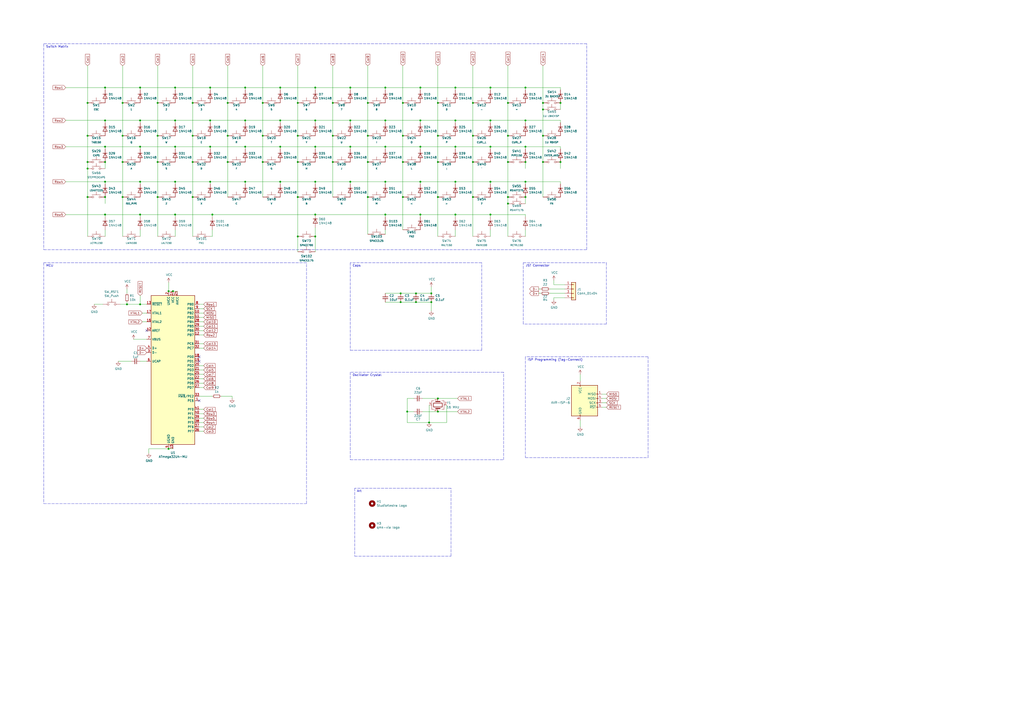
<source format=kicad_sch>
(kicad_sch (version 20211123) (generator eeschema)
  (paper "A2")
  (title_block (title "Nue 60% Universal PCB") (date "2022-03-24") (rev "1.1"))
  (junction (at 248.92 245.11))
  (junction (at 193.04 93.98))
  (junction (at 162.56 105.41))
  (junction (at 264.16 124.46))
  (junction (at 304.8 50.8))
  (junction (at 97.79 260.35))
  (junction (at 314.96 63.5))
  (junction (at 274.32 59.69))
  (junction (at 101.6 69.85))
  (junction (at 182.88 85.09))
  (junction (at 243.84 50.8))
  (junction (at 142.24 85.09))
  (junction (at 50.8 59.69))
  (junction (at 325.12 93.98))
  (junction (at 182.88 137.16))
  (junction (at 284.48 50.8))
  (junction (at 172.72 114.3))
  (junction (at 81.28 69.85))
  (junction (at 264.16 85.09))
  (junction (at 243.84 105.41))
  (junction (at 236.22 238.76))
  (junction (at 172.72 78.74))
  (junction (at 314.96 93.98))
  (junction (at 284.48 85.09))
  (junction (at 241.3 170.18))
  (junction (at 213.36 93.98))
  (junction (at 304.8 114.3))
  (junction (at 60.96 93.98))
  (junction (at 123.19 124.46))
  (junction (at 60.96 114.3))
  (junction (at 182.88 50.8))
  (junction (at 241.3 175.26))
  (junction (at 250.19 170.18))
  (junction (at 274.32 93.98))
  (junction (at 182.88 105.41))
  (junction (at 111.76 59.69))
  (junction (at 304.8 69.85))
  (junction (at 71.12 93.98))
  (junction (at 304.8 85.09))
  (junction (at 182.88 124.46))
  (junction (at 264.16 105.41))
  (junction (at 60.96 124.46))
  (junction (at 50.8 97.79))
  (junction (at 304.8 93.98))
  (junction (at 121.92 85.09))
  (junction (at 142.24 69.85))
  (junction (at 142.24 105.41))
  (junction (at 243.84 69.85))
  (junction (at 101.6 105.41))
  (junction (at 294.64 118.11))
  (junction (at 50.8 93.98))
  (junction (at 254 93.98))
  (junction (at 152.4 59.69))
  (junction (at 73.66 176.53))
  (junction (at 233.68 93.98))
  (junction (at 294.64 59.69))
  (junction (at 60.96 105.41))
  (junction (at 264.16 50.8))
  (junction (at 60.96 50.8))
  (junction (at 91.44 78.74))
  (junction (at 111.76 93.98))
  (junction (at 121.92 105.41))
  (junction (at 294.64 114.3))
  (junction (at 71.12 114.3))
  (junction (at 232.41 170.18))
  (junction (at 111.76 78.74))
  (junction (at 162.56 50.8))
  (junction (at 254 231.14))
  (junction (at 213.36 59.69))
  (junction (at 284.48 124.46))
  (junction (at 81.28 124.46))
  (junction (at 243.84 85.09))
  (junction (at 213.36 78.74))
  (junction (at 101.6 85.09))
  (junction (at 91.44 93.98))
  (junction (at 314.96 78.74))
  (junction (at 203.2 69.85))
  (junction (at 81.28 176.53))
  (junction (at 101.6 124.46))
  (junction (at 294.64 93.98))
  (junction (at 111.76 114.3))
  (junction (at 162.56 69.85))
  (junction (at 50.8 114.3))
  (junction (at 233.68 114.3))
  (junction (at 97.79 168.91))
  (junction (at 254 59.69))
  (junction (at 274.32 78.74))
  (junction (at 203.2 50.8))
  (junction (at 274.32 114.3))
  (junction (at 254 78.74))
  (junction (at 203.2 85.09))
  (junction (at 232.41 175.26))
  (junction (at 81.28 50.8))
  (junction (at 101.6 50.8))
  (junction (at 152.4 78.74))
  (junction (at 121.92 50.8))
  (junction (at 193.04 78.74))
  (junction (at 314.96 59.69))
  (junction (at 182.88 69.85))
  (junction (at 91.44 114.3))
  (junction (at 172.72 59.69))
  (junction (at 254 238.76))
  (junction (at 172.72 93.98))
  (junction (at 132.08 59.69))
  (junction (at 264.16 69.85))
  (junction (at 223.52 85.09))
  (junction (at 233.68 78.74))
  (junction (at 132.08 93.98))
  (junction (at 71.12 59.69))
  (junction (at 284.48 105.41))
  (junction (at 243.84 124.46))
  (junction (at 121.92 69.85))
  (junction (at 250.19 175.26))
  (junction (at 223.52 50.8))
  (junction (at 223.52 105.41))
  (junction (at 223.52 69.85))
  (junction (at 162.56 85.09))
  (junction (at 172.72 137.16))
  (junction (at 294.64 78.74))
  (junction (at 284.48 69.85))
  (junction (at 71.12 78.74))
  (junction (at 132.08 78.74))
  (junction (at 50.8 78.74))
  (junction (at 81.28 85.09))
  (junction (at 60.96 69.85))
  (junction (at 142.24 50.8))
  (junction (at 100.33 168.91))
  (junction (at 223.52 124.46))
  (junction (at 91.44 59.69))
  (junction (at 254 114.3))
  (junction (at 81.28 105.41))
  (junction (at 203.2 105.41))
  (junction (at 213.36 114.3))
  (junction (at 325.12 59.69))
  (junction (at 233.68 59.69))
  (junction (at 193.04 59.69))
  (junction (at 60.96 85.09))
  (junction (at 304.8 105.41))
  (junction (at 152.4 93.98))
  (no_connect (at 115.57 207.01))
  (no_connect (at 115.57 232.41))
  (no_connect (at 85.09 191.77))
  (no_connect (at 115.57 209.55))
  (wire (pts (xy 314.96 38.1) (xy 314.96 59.69)))
  (wire (pts (xy 264.16 50.8) (xy 264.16 52.07)))
  (wire (pts (xy 243.84 69.85) (xy 264.16 69.85)))
  (wire (pts (xy 254 38.1) (xy 254 59.69)))
  (wire (pts (xy 294.64 93.98) (xy 294.64 114.3)))
  (wire (pts (xy 318.77 167.64) (xy 327.66 167.64)))
  (polyline (pts (xy 205.74 322.58) (xy 261.62 322.58)))
  (wire (pts (xy 50.8 78.74) (xy 50.8 93.98)))
  (wire (pts (xy 223.52 105.41) (xy 243.84 105.41)))
  (wire (pts (xy 172.72 59.69) (xy 172.72 78.74)))
  (wire (pts (xy 264.16 69.85) (xy 264.16 71.12)))
  (polyline (pts (xy 304.8 265.43) (xy 375.92 265.43)))
  (wire (pts (xy 73.66 175.26) (xy 73.66 176.53)))
  (wire (pts (xy 182.88 85.09) (xy 203.2 85.09)))
  (wire (pts (xy 264.16 85.09) (xy 284.48 85.09)))
  (polyline (pts (xy 292.1 266.7) (xy 292.1 215.9)))
  (wire (pts (xy 233.68 38.1) (xy 233.68 59.69)))
  (wire (pts (xy 304.8 85.09) (xy 304.8 86.36)))
  (polyline (pts (xy 203.2 266.7) (xy 292.1 266.7)))
  (wire (pts (xy 162.56 69.85) (xy 162.56 71.12)))
  (wire (pts (xy 304.8 105.41) (xy 325.12 105.41)))
  (wire (pts (xy 81.28 50.8) (xy 81.28 52.07)))
  (wire (pts (xy 284.48 69.85) (xy 304.8 69.85)))
  (wire (pts (xy 223.52 69.85) (xy 243.84 69.85)))
  (wire (pts (xy 203.2 85.09) (xy 203.2 86.36)))
  (wire (pts (xy 101.6 133.35) (xy 101.6 137.16)))
  (wire (pts (xy 118.11 240.03) (xy 115.57 240.03)))
  (wire (pts (xy 182.88 69.85) (xy 182.88 71.12)))
  (wire (pts (xy 294.64 78.74) (xy 294.64 93.98)))
  (wire (pts (xy 121.92 69.85) (xy 142.24 69.85)))
  (wire (pts (xy 243.84 105.41) (xy 243.84 106.68)))
  (polyline (pts (xy 177.8 152.4) (xy 25.4 152.4)))
  (polyline (pts (xy 205.74 283.21) (xy 205.74 322.58)))
  (wire (pts (xy 250.19 175.26) (xy 250.19 180.34)))
  (wire (pts (xy 101.6 85.09) (xy 101.6 86.36)))
  (wire (pts (xy 134.62 229.87) (xy 134.62 231.14)))
  (wire (pts (xy 182.88 85.09) (xy 182.88 86.36)))
  (wire (pts (xy 111.76 93.98) (xy 111.76 114.3)))
  (wire (pts (xy 162.56 50.8) (xy 182.88 50.8)))
  (wire (pts (xy 172.72 78.74) (xy 172.72 93.98)))
  (wire (pts (xy 54.61 176.53) (xy 59.69 176.53)))
  (wire (pts (xy 121.92 105.41) (xy 142.24 105.41)))
  (wire (pts (xy 223.52 50.8) (xy 223.52 52.07)))
  (wire (pts (xy 60.96 124.46) (xy 60.96 125.73)))
  (wire (pts (xy 182.88 124.46) (xy 223.52 124.46)))
  (wire (pts (xy 236.22 231.14) (xy 240.03 231.14)))
  (wire (pts (xy 313.69 170.18) (xy 312.42 170.18)))
  (wire (pts (xy 60.96 50.8) (xy 81.28 50.8)))
  (wire (pts (xy 274.32 38.1) (xy 274.32 59.69)))
  (wire (pts (xy 118.11 242.57) (xy 115.57 242.57)))
  (wire (pts (xy 152.4 59.69) (xy 152.4 78.74)))
  (wire (pts (xy 162.56 85.09) (xy 182.88 85.09)))
  (polyline (pts (xy 351.79 187.96) (xy 303.53 187.96)))
  (wire (pts (xy 248.92 234.95) (xy 248.92 245.11)))
  (wire (pts (xy 203.2 105.41) (xy 223.52 105.41)))
  (wire (pts (xy 203.2 69.85) (xy 203.2 71.12)))
  (wire (pts (xy 60.96 105.41) (xy 81.28 105.41)))
  (wire (pts (xy 236.22 245.11) (xy 236.22 238.76)))
  (wire (pts (xy 254 114.3) (xy 254 137.16)))
  (wire (pts (xy 182.88 132.08) (xy 182.88 137.16)))
  (wire (pts (xy 162.56 50.8) (xy 162.56 52.07)))
  (wire (pts (xy 304.8 85.09) (xy 325.12 85.09)))
  (wire (pts (xy 223.52 85.09) (xy 223.52 86.36)))
  (wire (pts (xy 118.11 181.61) (xy 115.57 181.61)))
  (wire (pts (xy 223.52 170.18) (xy 232.41 170.18)))
  (wire (pts (xy 233.68 59.69) (xy 233.68 78.74)))
  (wire (pts (xy 351.79 233.68) (xy 349.25 233.68)))
  (wire (pts (xy 232.41 170.18) (xy 241.3 170.18)))
  (wire (pts (xy 60.96 69.85) (xy 60.96 71.12)))
  (wire (pts (xy 162.56 69.85) (xy 182.88 69.85)))
  (wire (pts (xy 243.84 124.46) (xy 243.84 125.73)))
  (wire (pts (xy 111.76 59.69) (xy 111.76 78.74)))
  (wire (pts (xy 123.19 137.16) (xy 123.19 133.35)))
  (wire (pts (xy 118.11 179.07) (xy 115.57 179.07)))
  (wire (pts (xy 182.88 69.85) (xy 203.2 69.85)))
  (wire (pts (xy 203.2 85.09) (xy 223.52 85.09)))
  (wire (pts (xy 86.36 260.35) (xy 97.79 260.35)))
  (wire (pts (xy 111.76 38.1) (xy 111.76 59.69)))
  (wire (pts (xy 91.44 38.1) (xy 91.44 59.69)))
  (wire (pts (xy 115.57 229.87) (xy 123.19 229.87)))
  (wire (pts (xy 91.44 114.3) (xy 91.44 137.16)))
  (wire (pts (xy 264.16 105.41) (xy 284.48 105.41)))
  (wire (pts (xy 73.66 167.64) (xy 73.66 170.18)))
  (wire (pts (xy 274.32 93.98) (xy 274.32 114.3)))
  (polyline (pts (xy 375.92 265.43) (xy 375.92 207.01)))
  (wire (pts (xy 264.16 133.35) (xy 264.16 137.16)))
  (wire (pts (xy 118.11 176.53) (xy 115.57 176.53)))
  (wire (pts (xy 243.84 69.85) (xy 243.84 71.12)))
  (wire (pts (xy 264.16 69.85) (xy 284.48 69.85)))
  (wire (pts (xy 336.55 243.84) (xy 336.55 247.65)))
  (polyline (pts (xy 203.2 152.4) (xy 203.2 203.2)))
  (wire (pts (xy 243.84 50.8) (xy 264.16 50.8)))
  (wire (pts (xy 118.11 199.39) (xy 115.57 199.39)))
  (wire (pts (xy 60.96 85.09) (xy 81.28 85.09)))
  (wire (pts (xy 248.92 245.11) (xy 236.22 245.11)))
  (wire (pts (xy 81.28 176.53) (xy 73.66 176.53)))
  (wire (pts (xy 203.2 105.41) (xy 203.2 106.68)))
  (wire (pts (xy 50.8 93.98) (xy 50.8 97.79)))
  (wire (pts (xy 81.28 124.46) (xy 101.6 124.46)))
  (wire (pts (xy 172.72 114.3) (xy 172.72 137.16)))
  (wire (pts (xy 264.16 124.46) (xy 284.48 124.46)))
  (polyline (pts (xy 304.8 207.01) (xy 304.8 265.43)))
  (wire (pts (xy 38.1 105.41) (xy 60.96 105.41)))
  (wire (pts (xy 118.11 247.65) (xy 115.57 247.65)))
  (wire (pts (xy 213.36 59.69) (xy 213.36 78.74)))
  (wire (pts (xy 182.88 50.8) (xy 203.2 50.8)))
  (wire (pts (xy 38.1 50.8) (xy 60.96 50.8)))
  (wire (pts (xy 118.11 184.15) (xy 115.57 184.15)))
  (wire (pts (xy 81.28 85.09) (xy 81.28 86.36)))
  (wire (pts (xy 304.8 124.46) (xy 304.8 125.73)))
  (polyline (pts (xy 203.2 203.2) (xy 279.4 203.2)))
  (wire (pts (xy 91.44 59.69) (xy 91.44 78.74)))
  (wire (pts (xy 325.12 69.85) (xy 325.12 71.12)))
  (wire (pts (xy 321.31 172.72) (xy 321.31 173.99)))
  (wire (pts (xy 236.22 231.14) (xy 236.22 238.76)))
  (wire (pts (xy 213.36 93.98) (xy 213.36 114.3)))
  (wire (pts (xy 203.2 69.85) (xy 223.52 69.85)))
  (wire (pts (xy 172.72 137.16) (xy 172.72 146.05)))
  (wire (pts (xy 314.96 93.98) (xy 314.96 114.3)))
  (wire (pts (xy 85.09 186.69) (xy 82.55 186.69)))
  (wire (pts (xy 81.28 69.85) (xy 81.28 71.12)))
  (wire (pts (xy 304.8 69.85) (xy 304.8 71.12)))
  (wire (pts (xy 118.11 224.79) (xy 115.57 224.79)))
  (wire (pts (xy 142.24 85.09) (xy 162.56 85.09)))
  (wire (pts (xy 304.8 133.35) (xy 304.8 137.16)))
  (wire (pts (xy 325.12 85.09) (xy 325.12 86.36)))
  (wire (pts (xy 284.48 105.41) (xy 284.48 106.68)))
  (wire (pts (xy 254 231.14) (xy 265.43 231.14)))
  (wire (pts (xy 118.11 194.31) (xy 115.57 194.31)))
  (wire (pts (xy 304.8 50.8) (xy 304.8 52.07)))
  (wire (pts (xy 81.28 85.09) (xy 101.6 85.09)))
  (polyline (pts (xy 25.4 152.4) (xy 25.4 292.1)))
  (wire (pts (xy 118.11 245.11) (xy 115.57 245.11)))
  (wire (pts (xy 294.64 38.1) (xy 294.64 59.69)))
  (wire (pts (xy 327.66 172.72) (xy 321.31 172.72)))
  (wire (pts (xy 284.48 85.09) (xy 304.8 85.09)))
  (wire (pts (xy 274.32 78.74) (xy 274.32 93.98)))
  (wire (pts (xy 223.52 124.46) (xy 243.84 124.46)))
  (wire (pts (xy 85.09 209.55) (xy 81.28 209.55)))
  (wire (pts (xy 101.6 105.41) (xy 121.92 105.41)))
  (wire (pts (xy 203.2 50.8) (xy 223.52 50.8)))
  (wire (pts (xy 68.58 209.55) (xy 76.2 209.55)))
  (wire (pts (xy 223.52 124.46) (xy 223.52 125.73)))
  (polyline (pts (xy 279.4 152.4) (xy 203.2 152.4)))
  (wire (pts (xy 71.12 93.98) (xy 71.12 114.3)))
  (wire (pts (xy 304.8 114.3) (xy 304.8 118.11)))
  (wire (pts (xy 223.52 133.35) (xy 223.52 135.89)))
  (wire (pts (xy 71.12 114.3) (xy 71.12 137.16)))
  (wire (pts (xy 121.92 85.09) (xy 142.24 85.09)))
  (wire (pts (xy 121.92 137.16) (xy 123.19 137.16)))
  (wire (pts (xy 81.28 124.46) (xy 81.28 125.73)))
  (wire (pts (xy 142.24 85.09) (xy 142.24 86.36)))
  (wire (pts (xy 111.76 78.74) (xy 111.76 93.98)))
  (wire (pts (xy 118.11 217.17) (xy 115.57 217.17)))
  (wire (pts (xy 97.79 168.91) (xy 100.33 168.91)))
  (wire (pts (xy 142.24 50.8) (xy 142.24 52.07)))
  (wire (pts (xy 232.41 175.26) (xy 241.3 175.26)))
  (wire (pts (xy 118.11 201.93) (xy 115.57 201.93)))
  (wire (pts (xy 318.77 170.18) (xy 327.66 170.18)))
  (wire (pts (xy 223.52 69.85) (xy 223.52 71.12)))
  (wire (pts (xy 314.96 78.74) (xy 314.96 93.98)))
  (wire (pts (xy 71.12 59.69) (xy 71.12 78.74)))
  (wire (pts (xy 284.48 124.46) (xy 284.48 125.73)))
  (polyline (pts (xy 25.4 144.78) (xy 340.36 144.78)))
  (wire (pts (xy 243.84 85.09) (xy 243.84 86.36)))
  (wire (pts (xy 123.19 124.46) (xy 123.19 125.73)))
  (wire (pts (xy 101.6 69.85) (xy 101.6 71.12)))
  (wire (pts (xy 243.84 105.41) (xy 264.16 105.41)))
  (wire (pts (xy 86.36 260.35) (xy 86.36 262.89)))
  (wire (pts (xy 142.24 105.41) (xy 142.24 106.68)))
  (wire (pts (xy 294.64 114.3) (xy 294.64 118.11)))
  (wire (pts (xy 81.28 50.8) (xy 101.6 50.8)))
  (wire (pts (xy 264.16 124.46) (xy 264.16 125.73)))
  (polyline (pts (xy 340.36 25.4) (xy 25.4 25.4)))
  (wire (pts (xy 223.52 50.8) (xy 243.84 50.8)))
  (wire (pts (xy 254 78.74) (xy 254 93.98)))
  (wire (pts (xy 60.96 93.98) (xy 60.96 97.79)))
  (wire (pts (xy 101.6 50.8) (xy 101.6 52.07)))
  (wire (pts (xy 102.87 168.91) (xy 100.33 168.91)))
  (wire (pts (xy 336.55 217.17) (xy 336.55 220.98)))
  (wire (pts (xy 123.19 124.46) (xy 182.88 124.46)))
  (wire (pts (xy 38.1 124.46) (xy 60.96 124.46)))
  (wire (pts (xy 182.88 105.41) (xy 203.2 105.41)))
  (wire (pts (xy 349.25 236.22) (xy 351.79 236.22)))
  (wire (pts (xy 82.55 181.61) (xy 85.09 181.61)))
  (wire (pts (xy 182.88 137.16) (xy 182.88 146.05)))
  (wire (pts (xy 152.4 78.74) (xy 152.4 93.98)))
  (wire (pts (xy 118.11 219.71) (xy 115.57 219.71)))
  (wire (pts (xy 304.8 105.41) (xy 304.8 106.68)))
  (wire (pts (xy 121.92 50.8) (xy 121.92 52.07)))
  (wire (pts (xy 81.28 105.41) (xy 81.28 106.68)))
  (wire (pts (xy 284.48 69.85) (xy 284.48 71.12)))
  (wire (pts (xy 91.44 78.74) (xy 91.44 93.98)))
  (wire (pts (xy 50.8 97.79) (xy 50.8 114.3)))
  (wire (pts (xy 182.88 105.41) (xy 182.88 106.68)))
  (wire (pts (xy 81.28 69.85) (xy 101.6 69.85)))
  (wire (pts (xy 50.8 59.69) (xy 50.8 78.74)))
  (polyline (pts (xy 279.4 203.2) (xy 279.4 152.4)))
  (wire (pts (xy 152.4 38.1) (xy 152.4 59.69)))
  (wire (pts (xy 284.48 105.41) (xy 304.8 105.41)))
  (polyline (pts (xy 177.8 292.1) (xy 177.8 152.4)))
  (wire (pts (xy 132.08 59.69) (xy 132.08 78.74)))
  (polyline (pts (xy 261.62 322.58) (xy 261.62 283.21)))
  (polyline (pts (xy 261.62 283.21) (xy 205.74 283.21)))
  (wire (pts (xy 100.33 260.35) (xy 97.79 260.35)))
  (wire (pts (xy 254 59.69) (xy 254 78.74)))
  (polyline (pts (xy 25.4 25.4) (xy 25.4 144.78)))
  (wire (pts (xy 101.6 105.41) (xy 101.6 106.68)))
  (wire (pts (xy 274.32 114.3) (xy 274.32 137.16)))
  (wire (pts (xy 71.12 78.74) (xy 71.12 93.98)))
  (wire (pts (xy 213.36 78.74) (xy 213.36 93.98)))
  (wire (pts (xy 304.8 69.85) (xy 325.12 69.85)))
  (wire (pts (xy 60.96 85.09) (xy 60.96 86.36)))
  (wire (pts (xy 182.88 50.8) (xy 182.88 52.07)))
  (wire (pts (xy 60.96 50.8) (xy 60.96 52.07)))
  (wire (pts (xy 213.36 38.1) (xy 213.36 59.69)))
  (wire (pts (xy 121.92 69.85) (xy 121.92 71.12)))
  (wire (pts (xy 313.69 167.64) (xy 312.42 167.64)))
  (wire (pts (xy 284.48 50.8) (xy 304.8 50.8)))
  (polyline (pts (xy 340.36 144.78) (xy 340.36 25.4)))
  (wire (pts (xy 294.64 118.11) (xy 294.64 137.16)))
  (wire (pts (xy 101.6 124.46) (xy 101.6 125.73)))
  (wire (pts (xy 73.66 176.53) (xy 69.85 176.53)))
  (wire (pts (xy 81.28 105.41) (xy 101.6 105.41)))
  (wire (pts (xy 314.96 63.5) (xy 314.96 78.74)))
  (wire (pts (xy 101.6 85.09) (xy 121.92 85.09)))
  (wire (pts (xy 142.24 50.8) (xy 162.56 50.8)))
  (wire (pts (xy 327.66 165.1) (xy 321.31 165.1)))
  (wire (pts (xy 325.12 59.69) (xy 325.12 63.5)))
  (wire (pts (xy 85.09 176.53) (xy 81.28 176.53)))
  (wire (pts (xy 152.4 93.98) (xy 152.4 114.3)))
  (wire (pts (xy 50.8 114.3) (xy 50.8 137.16)))
  (wire (pts (xy 118.11 214.63) (xy 115.57 214.63)))
  (wire (pts (xy 259.08 245.11) (xy 248.92 245.11)))
  (wire (pts (xy 121.92 50.8) (xy 142.24 50.8)))
  (wire (pts (xy 259.08 234.95) (xy 259.08 245.11)))
  (wire (pts (xy 250.19 170.18) (xy 250.19 166.37)))
  (wire (pts (xy 223.52 175.26) (xy 232.41 175.26)))
  (wire (pts (xy 60.96 124.46) (xy 81.28 124.46)))
  (wire (pts (xy 245.11 231.14) (xy 254 231.14)))
  (wire (pts (xy 118.11 189.23) (xy 115.57 189.23)))
  (wire (pts (xy 241.3 175.26) (xy 250.19 175.26)))
  (wire (pts (xy 162.56 105.41) (xy 182.88 105.41)))
  (wire (pts (xy 233.68 114.3) (xy 233.68 133.35)))
  (wire (pts (xy 101.6 50.8) (xy 121.92 50.8)))
  (wire (pts (xy 274.32 59.69) (xy 274.32 78.74)))
  (wire (pts (xy 193.04 59.69) (xy 193.04 78.74)))
  (wire (pts (xy 243.84 85.09) (xy 264.16 85.09)))
  (wire (pts (xy 236.22 238.76) (xy 240.03 238.76)))
  (polyline (pts (xy 303.53 152.4) (xy 351.79 152.4)))
  (wire (pts (xy 81.28 133.35) (xy 81.28 137.16)))
  (wire (pts (xy 284.48 124.46) (xy 304.8 124.46)))
  (polyline (pts (xy 375.92 207.01) (xy 304.8 207.01)))
  (wire (pts (xy 118.11 212.09) (xy 115.57 212.09)))
  (wire (pts (xy 254 238.76) (xy 265.43 238.76)))
  (wire (pts (xy 233.68 78.74) (xy 233.68 93.98)))
  (wire (pts (xy 193.04 78.74) (xy 193.04 93.98)))
  (wire (pts (xy 203.2 50.8) (xy 203.2 52.07)))
  (wire (pts (xy 172.72 38.1) (xy 172.72 59.69)))
  (wire (pts (xy 60.96 105.41) (xy 60.96 106.68)))
  (polyline (pts (xy 292.1 215.9) (xy 203.2 215.9)))
  (wire (pts (xy 85.09 196.85) (xy 77.47 196.85)))
  (wire (pts (xy 38.1 85.09) (xy 60.96 85.09)))
  (wire (pts (xy 243.84 124.46) (xy 264.16 124.46)))
  (wire (pts (xy 325.12 50.8) (xy 325.12 52.07)))
  (wire (pts (xy 193.04 38.1) (xy 193.04 59.69)))
  (wire (pts (xy 264.16 105.41) (xy 264.16 106.68)))
  (wire (pts (xy 118.11 222.25) (xy 115.57 222.25)))
  (wire (pts (xy 243.84 50.8) (xy 243.84 52.07)))
  (wire (pts (xy 325.12 93.98) (xy 325.12 97.79)))
  (wire (pts (xy 172.72 93.98) (xy 172.72 114.3)))
  (wire (pts (xy 294.64 59.69) (xy 294.64 78.74)))
  (wire (pts (xy 325.12 105.41) (xy 325.12 106.68)))
  (wire (pts (xy 351.79 228.6) (xy 349.25 228.6)))
  (wire (pts (xy 264.16 50.8) (xy 284.48 50.8)))
  (wire (pts (xy 254 93.98) (xy 254 114.3)))
  (wire (pts (xy 284.48 50.8) (xy 284.48 52.07)))
  (wire (pts (xy 314.96 59.69) (xy 314.96 63.5)))
  (wire (pts (xy 118.11 186.69) (xy 115.57 186.69)))
  (wire (pts (xy 223.52 85.09) (xy 243.84 85.09)))
  (wire (pts (xy 128.27 229.87) (xy 134.62 229.87)))
  (wire (pts (xy 321.31 162.56) (xy 321.31 165.1)))
  (wire (pts (xy 60.96 114.3) (xy 60.96 118.11)))
  (wire (pts (xy 132.08 38.1) (xy 132.08 59.69)))
  (wire (pts (xy 38.1 69.85) (xy 60.96 69.85)))
  (wire (pts (xy 304.8 93.98) (xy 304.8 97.79)))
  (wire (pts (xy 121.92 85.09) (xy 121.92 86.36)))
  (wire (pts (xy 60.96 69.85) (xy 81.28 69.85)))
  (wire (pts (xy 132.08 93.98) (xy 132.08 114.3)))
  (wire (pts (xy 101.6 69.85) (xy 121.92 69.85)))
  (wire (pts (xy 162.56 85.09) (xy 162.56 86.36)))
  (wire (pts (xy 284.48 133.35) (xy 284.48 137.16)))
  (wire (pts (xy 118.11 237.49) (xy 115.57 237.49)))
  (wire (pts (xy 71.12 38.1) (xy 71.12 59.69)))
  (wire (pts (xy 223.52 105.41) (xy 223.52 106.68)))
  (wire (pts (xy 118.11 191.77) (xy 115.57 191.77)))
  (polyline (pts (xy 25.4 292.1) (xy 177.8 292.1)))
  (wire (pts (xy 351.79 231.14) (xy 349.25 231.14)))
  (wire (pts (xy 91.44 93.98) (xy 91.44 114.3)))
  (wire (pts (xy 60.96 133.35) (xy 60.96 137.16)))
  (wire (pts (xy 142.24 105.41) (xy 162.56 105.41)))
  (wire (pts (xy 233.68 93.98) (xy 233.68 114.3)))
  (wire (pts (xy 132.08 78.74) (xy 132.08 93.98)))
  (wire (pts (xy 264.16 85.09) (xy 264.16 86.36)))
  (wire (pts (xy 97.79 168.91) (xy 97.79 163.83)))
  (wire (pts (xy 193.04 93.98) (xy 193.04 114.3)))
  (wire (pts (xy 142.24 69.85) (xy 162.56 69.85)))
  (wire (pts (xy 142.24 69.85) (xy 142.24 71.12)))
  (polyline (pts (xy 351.79 152.4) (xy 351.79 187.96)))
  (wire (pts (xy 284.48 85.09) (xy 284.48 86.36)))
  (wire (pts (xy 245.11 238.76) (xy 254 238.76)))
  (wire (pts (xy 213.36 114.3) (xy 213.36 135.89)))
  (polyline (pts (xy 203.2 215.9) (xy 203.2 266.7)))
  (wire (pts (xy 241.3 170.18) (xy 250.19 170.18)))
  (wire (pts (xy 111.76 114.3) (xy 111.76 137.16)))
  (wire (pts (xy 162.56 105.41) (xy 162.56 106.68)))
  (wire (pts (xy 118.11 250.19) (xy 115.57 250.19)))
  (wire (pts (xy 81.28 171.45) (xy 81.28 176.53)))
  (wire (pts (xy 50.8 38.1) (xy 50.8 59.69)))
  (wire (pts (xy 121.92 105.41) (xy 121.92 106.68)))
  (wire (pts (xy 304.8 50.8) (xy 325.12 50.8)))
  (polyline (pts (xy 303.53 187.96) (xy 303.53 152.4)))
  (wire (pts (xy 101.6 124.46) (xy 123.19 124.46)))
  (text "Oscillator Crystal" (at 204.47 218.44 0) (effects (font (size 1.27 1.27)) (justify left bottom)))
  (text "MCU" (at 26.67 154.94 0) (effects (font (size 1.27 1.27)) (justify left bottom)))
  (text "ISP Programming (Tag-Connect)" (at 306.07 209.55 0) (effects (font (size 1.27 1.27)) (justify left bottom)))
  (text "JST Connector" (at 318.77 154.94 180) (effects (font (size 1.27 1.27)) (justify right bottom)))
  (text "Caps" (at 204.47 154.94 0) (effects (font (size 1.27 1.27)) (justify left bottom)))
  (text "Switch Matrix" (at 26.67 27.94 0) (effects (font (size 1.27 1.27)) (justify left bottom)))
  (text "Art" (at 207.01 285.75 0) (effects (font (size 1.27 1.27)) (justify left bottom)))
  (global_label "Col6" (shape input) (at 152.4 38.1 90) (property "Intersheet References" "${INTERSHEET_REFS}" (effects hide)))
  (global_label "Col12" (shape input) (at 274.32 38.1 90) (property "Intersheet References" "${INTERSHEET_REFS}" (effects hide)))
  (global_label "Col3" (shape input) (at 91.44 38.1 90) (property "Intersheet References" "${INTERSHEET_REFS}" (effects hide)))
  (global_label "D-" (shape input) (at 85.09 204.47 180) (property "Intersheet References" "${INTERSHEET_REFS}" (effects hide)))
  (global_label "Col7" (shape input) (at 172.72 38.1 90) (property "Intersheet References" "${INTERSHEET_REFS}" (effects hide)))
  (global_label "SCK" (shape input) (at 351.79 233.68 0) (property "Intersheet References" "${INTERSHEET_REFS}" (effects hide)))
  (global_label "Col4" (shape input) (at 118.11 212.09 0) (property "Intersheet References" "${INTERSHEET_REFS}" (effects hide)))
  (global_label "Row5" (shape input) (at 38.1 124.46 180) (property "Intersheet References" "${INTERSHEET_REFS}" (effects hide)))
  (global_label "MISO" (shape input) (at 118.11 184.15 0) (property "Intersheet References" "${INTERSHEET_REFS}" (effects hide)))
  (global_label "Row5" (shape input) (at 118.11 242.57 0) (property "Intersheet References" "${INTERSHEET_REFS}" (effects hide)))
  (global_label "Col11" (shape input) (at 118.11 189.23 0) (property "Intersheet References" "${INTERSHEET_REFS}" (effects hide)))
  (global_label "Col9" (shape input) (at 118.11 224.79 0) (property "Intersheet References" "${INTERSHEET_REFS}" (effects hide)))
  (global_label "Col9" (shape input) (at 213.36 38.1 90) (property "Intersheet References" "${INTERSHEET_REFS}" (effects hide)))
  (global_label "Row1" (shape input) (at 38.1 50.8 180) (property "Intersheet References" "${INTERSHEET_REFS}" (effects hide)))
  (global_label "Col11" (shape input) (at 254 38.1 90) (property "Intersheet References" "${INTERSHEET_REFS}" (effects hide)))
  (global_label "Col1" (shape input) (at 50.8 38.1 90) (property "Intersheet References" "${INTERSHEET_REFS}" (effects hide)))
  (global_label "MISO" (shape input) (at 351.79 228.6 0) (property "Intersheet References" "${INTERSHEET_REFS}" (effects hide)))
  (global_label "XTAL2" (shape input) (at 265.43 238.76 0) (property "Intersheet References" "${INTERSHEET_REFS}" (effects hide)))
  (global_label "Col3" (shape input) (at 118.11 250.19 0) (property "Intersheet References" "${INTERSHEET_REFS}" (effects hide)))
  (global_label "Row3" (shape input) (at 118.11 240.03 0) (property "Intersheet References" "${INTERSHEET_REFS}" (effects hide)))
  (global_label "Col12" (shape input) (at 118.11 191.77 0) (property "Intersheet References" "${INTERSHEET_REFS}" (effects hide)))
  (global_label "Col5" (shape input) (at 132.08 38.1 90) (property "Intersheet References" "${INTERSHEET_REFS}" (effects hide)))
  (global_label "Col2" (shape input) (at 118.11 247.65 0) (property "Intersheet References" "${INTERSHEET_REFS}" (effects hide)))
  (global_label "XTAL1" (shape input) (at 82.55 181.61 180) (property "Intersheet References" "${INTERSHEET_REFS}" (effects hide)))
  (global_label "Col8" (shape input) (at 118.11 222.25 0) (property "Intersheet References" "${INTERSHEET_REFS}" (effects hide)))
  (global_label "Row3" (shape input) (at 38.1 85.09 180) (property "Intersheet References" "${INTERSHEET_REFS}" (effects hide)))
  (global_label "Col8" (shape input) (at 193.04 38.1 90) (property "Intersheet References" "${INTERSHEET_REFS}" (effects hide)))
  (global_label "Col10" (shape input) (at 233.68 38.1 90) (property "Intersheet References" "${INTERSHEET_REFS}" (effects hide)))
  (global_label "Col14" (shape input) (at 118.11 201.93 0) (property "Intersheet References" "${INTERSHEET_REFS}" (effects hide)))
  (global_label "RESET" (shape input) (at 351.79 236.22 0) (property "Intersheet References" "${INTERSHEET_REFS}" (effects hide)))
  (global_label "MOSI" (shape input) (at 118.11 181.61 0) (property "Intersheet References" "${INTERSHEET_REFS}" (effects hide)))
  (global_label "Col4" (shape input) (at 111.76 38.1 90) (property "Intersheet References" "${INTERSHEET_REFS}" (effects hide)))
  (global_label "Col5" (shape input) (at 118.11 214.63 0) (property "Intersheet References" "${INTERSHEET_REFS}" (effects hide)))
  (global_label "Col14" (shape input) (at 314.96 38.1 90) (property "Intersheet References" "${INTERSHEET_REFS}" (effects hide)))
  (global_label "RESET" (shape input) (at 81.28 171.45 90) (property "Intersheet References" "${INTERSHEET_REFS}" (effects hide)))
  (global_label "Row4" (shape input) (at 118.11 245.11 0) (property "Intersheet References" "${INTERSHEET_REFS}" (effects hide)))
  (global_label "Col10" (shape input) (at 118.11 186.69 0) (property "Intersheet References" "${INTERSHEET_REFS}" (effects hide)))
  (global_label "Row1" (shape input) (at 118.11 176.53 0) (property "Intersheet References" "${INTERSHEET_REFS}" (effects hide)))
  (global_label "Col2" (shape input) (at 71.12 38.1 90) (property "Intersheet References" "${INTERSHEET_REFS}" (effects hide)))
  (global_label "Row2" (shape input) (at 118.11 194.31 0) (property "Intersheet References" "${INTERSHEET_REFS}" (effects hide)))
  (global_label "Col13" (shape input) (at 118.11 199.39 0) (property "Intersheet References" "${INTERSHEET_REFS}" (effects hide)))
  (global_label "Col6" (shape input) (at 118.11 219.71 0) (property "Intersheet References" "${INTERSHEET_REFS}" (effects hide)))
  (global_label "D+" (shape output) (at 312.42 170.18 180) (property "Intersheet References" "${INTERSHEET_REFS}" (effects hide)))
  (global_label "Col7" (shape input) (at 118.11 217.17 0) (property "Intersheet References" "${INTERSHEET_REFS}" (effects hide)))
  (global_label "D+" (shape input) (at 85.09 201.93 180) (property "Intersheet References" "${INTERSHEET_REFS}" (effects hide)))
  (global_label "D-" (shape output) (at 312.42 167.64 180) (property "Intersheet References" "${INTERSHEET_REFS}" (effects hide)))
  (global_label "SCK" (shape input) (at 118.11 179.07 0) (property "Intersheet References" "${INTERSHEET_REFS}" (effects hide)))
  (global_label "Col1" (shape input) (at 118.11 237.49 0) (property "Intersheet References" "${INTERSHEET_REFS}" (effects hide)))
  (global_label "XTAL1" (shape input) (at 265.43 231.14 0) (property "Intersheet References" "${INTERSHEET_REFS}" (effects hide)))
  (global_label "Col13" (shape input) (at 294.64 38.1 90) (property "Intersheet References" "${INTERSHEET_REFS}" (effects hide)))
  (global_label "XTAL2" (shape input) (at 82.55 186.69 180) (property "Intersheet References" "${INTERSHEET_REFS}" (effects hide)))
  (global_label "Row4" (shape input) (at 38.1 105.41 180) (property "Intersheet References" "${INTERSHEET_REFS}" (effects hide)))
  (global_label "MOSI" (shape input) (at 351.79 231.14 0) (property "Intersheet References" "${INTERSHEET_REFS}" (effects hide)))
  (global_label "Row2" (shape input) (at 38.1 69.85 180) (property "Intersheet References" "${INTERSHEET_REFS}" (effects hide)))
  (symbol (lib_id "Switch:SW_Push") (at 55.88 59.69 0) (unit 1)
    (property "Reference" "SW1" (at 55.88 60.96 0))
    (property "Value" "ESC" (at 55.88 63.5 0) (effects (font (size 0.9906 0.9906))))
    (property "Footprint" "kestralib:MX100" (effects hide))
  )
  (symbol (lib_id "Device:D") (at 60.96 55.88 270) (unit 1)
    (property "Reference" "D1" (at 62.9666 54.7116 90) (effects (justify left)))
    (property "Value" "1N4148" (at 62.9666 57.023 90) (effects (justify left)))
    (property "Footprint" "Diode_SMD:D_SOD-123" (effects hide))
  )
  (symbol (lib_id "Device:D") (at 81.28 55.88 270) (unit 1)
    (property "Reference" "D2" (at 83.2866 54.7116 90) (effects (justify left)))
    (property "Value" "1N4148" (at 83.2866 57.023 90) (effects (justify left)))
    (property "Footprint" "Diode_SMD:D_SOD-123" (effects hide))
  )
  (symbol (lib_id "Switch:SW_Push") (at 76.2 59.69 0) (unit 1)
    (property "Reference" "SW2" (at 76.2 60.96 0))
    (property "Value" "1" (at 76.2 63.5 0) (effects (font (size 0.9906 0.9906))))
    (property "Footprint" "kestralib:MX100" (effects hide))
  )
  (symbol (lib_id "Device:D") (at 101.6 55.88 270) (unit 1)
    (property "Reference" "D3" (at 103.6066 54.7116 90) (effects (justify left)))
    (property "Value" "1N4148" (at 103.6066 57.023 90) (effects (justify left)))
    (property "Footprint" "Diode_SMD:D_SOD-123" (effects hide))
  )
  (symbol (lib_id "Switch:SW_Push") (at 96.52 59.69 0) (unit 1)
    (property "Reference" "SW3" (at 96.52 60.96 0))
    (property "Value" "2" (at 96.52 63.5 0) (effects (font (size 0.9906 0.9906))))
    (property "Footprint" "kestralib:MX100" (effects hide))
  )
  (symbol (lib_id "Device:D") (at 121.92 55.88 270) (unit 1)
    (property "Reference" "D4" (at 123.9266 54.7116 90) (effects (justify left)))
    (property "Value" "1N4148" (at 123.9266 57.023 90) (effects (justify left)))
    (property "Footprint" "Diode_SMD:D_SOD-123" (effects hide))
  )
  (symbol (lib_id "Switch:SW_Push") (at 116.84 59.69 0) (unit 1)
    (property "Reference" "SW4" (at 116.84 60.96 0))
    (property "Value" "3" (at 116.84 63.5 0) (effects (font (size 0.9906 0.9906))))
    (property "Footprint" "kestralib:MX100" (effects hide))
  )
  (symbol (lib_id "Device:D") (at 142.24 55.88 270) (unit 1)
    (property "Reference" "D5" (at 144.2466 54.7116 90) (effects (justify left)))
    (property "Value" "1N4148" (at 144.2466 57.023 90) (effects (justify left)))
    (property "Footprint" "Diode_SMD:D_SOD-123" (effects hide))
  )
  (symbol (lib_id "Switch:SW_Push") (at 137.16 59.69 0) (unit 1)
    (property "Reference" "SW5" (at 137.16 60.96 0))
    (property "Value" "4" (at 137.16 63.5 0) (effects (font (size 0.9906 0.9906))))
    (property "Footprint" "kestralib:MX100" (effects hide))
  )
  (symbol (lib_id "Device:D") (at 162.56 55.88 270) (unit 1)
    (property "Reference" "D6" (at 164.5666 54.7116 90) (effects (justify left)))
    (property "Value" "1N4148" (at 164.5666 57.023 90) (effects (justify left)))
    (property "Footprint" "Diode_SMD:D_SOD-123" (effects hide))
  )
  (symbol (lib_id "Switch:SW_Push") (at 157.48 59.69 0) (unit 1)
    (property "Reference" "SW6" (at 157.48 60.96 0))
    (property "Value" "5" (at 157.48 63.5 0) (effects (font (size 0.9906 0.9906))))
    (property "Footprint" "kestralib:MX100" (effects hide))
  )
  (symbol (lib_id "Device:D") (at 182.88 55.88 270) (unit 1)
    (property "Reference" "D7" (at 184.8866 54.7116 90) (effects (justify left)))
    (property "Value" "1N4148" (at 184.8866 57.023 90) (effects (justify left)))
    (property "Footprint" "Diode_SMD:D_SOD-123" (effects hide))
  )
  (symbol (lib_id "Switch:SW_Push") (at 177.8 59.69 0) (unit 1)
    (property "Reference" "SW7" (at 177.8 60.96 0))
    (property "Value" "6" (at 177.8 63.5 0) (effects (font (size 0.9906 0.9906))))
    (property "Footprint" "kestralib:MX100" (effects hide))
  )
  (symbol (lib_id "Device:D") (at 203.2 55.88 270) (unit 1)
    (property "Reference" "D8" (at 205.2066 54.7116 90) (effects (justify left)))
    (property "Value" "1N4148" (at 205.2066 57.023 90) (effects (justify left)))
    (property "Footprint" "Diode_SMD:D_SOD-123" (effects hide))
  )
  (symbol (lib_id "Switch:SW_Push") (at 198.12 59.69 0) (unit 1)
    (property "Reference" "SW8" (at 198.12 60.96 0))
    (property "Value" "7" (at 198.12 63.5 0) (effects (font (size 0.9906 0.9906))))
    (property "Footprint" "kestralib:MX100" (effects hide))
  )
  (symbol (lib_id "Device:D") (at 223.52 55.88 270) (unit 1)
    (property "Reference" "D9" (at 225.5266 54.7116 90) (effects (justify left)))
    (property "Value" "1N4148" (at 225.5266 57.023 90) (effects (justify left)))
    (property "Footprint" "Diode_SMD:D_SOD-123" (effects hide))
  )
  (symbol (lib_id "Switch:SW_Push") (at 218.44 59.69 0) (unit 1)
    (property "Reference" "SW9" (at 218.44 60.96 0))
    (property "Value" "8" (at 218.44 63.5 0) (effects (font (size 0.9906 0.9906))))
    (property "Footprint" "kestralib:MX100" (effects hide))
  )
  (symbol (lib_id "Device:D") (at 243.84 55.88 270) (unit 1)
    (property "Reference" "D10" (at 245.8466 54.7116 90) (effects (justify left)))
    (property "Value" "1N4148" (at 245.8466 57.023 90) (effects (justify left)))
    (property "Footprint" "Diode_SMD:D_SOD-123" (effects hide))
  )
  (symbol (lib_id "Switch:SW_Push") (at 238.76 59.69 0) (unit 1)
    (property "Reference" "SW10" (at 238.76 60.96 0))
    (property "Value" "9" (at 238.76 63.5 0) (effects (font (size 0.9906 0.9906))))
    (property "Footprint" "kestralib:MX100" (effects hide))
  )
  (symbol (lib_id "Device:D") (at 264.16 55.88 270) (unit 1)
    (property "Reference" "D11" (at 266.1666 54.7116 90) (effects (justify left)))
    (property "Value" "1N4148" (at 266.1666 57.023 90) (effects (justify left)))
    (property "Footprint" "Diode_SMD:D_SOD-123" (effects hide))
  )
  (symbol (lib_id "Switch:SW_Push") (at 259.08 59.69 0) (unit 1)
    (property "Reference" "SW11" (at 259.08 60.96 0))
    (property "Value" "0" (at 259.08 63.5 0) (effects (font (size 0.9906 0.9906))))
    (property "Footprint" "kestralib:MX100" (effects hide))
  )
  (symbol (lib_id "Device:D") (at 284.48 55.88 270) (unit 1)
    (property "Reference" "D12" (at 286.4866 54.7116 90) (effects (justify left)))
    (property "Value" "1N4148" (at 286.4866 57.023 90) (effects (justify left)))
    (property "Footprint" "Diode_SMD:D_SOD-123" (effects hide))
  )
  (symbol (lib_id "Switch:SW_Push") (at 279.4 59.69 0) (unit 1)
    (property "Reference" "SW12" (at 279.4 60.96 0))
    (property "Value" "-" (at 279.4 63.5 0) (effects (font (size 0.9906 0.9906))))
    (property "Footprint" "kestralib:MX100" (effects hide))
  )
  (symbol (lib_id "Device:D") (at 304.8 55.88 270) (unit 1)
    (property "Reference" "D13" (at 306.8066 54.7116 90) (effects (justify left)))
    (property "Value" "1N4148" (at 306.8066 57.023 90) (effects (justify left)))
    (property "Footprint" "Diode_SMD:D_SOD-123" (effects hide))
  )
  (symbol (lib_id "Switch:SW_Push") (at 299.72 59.69 0) (unit 1)
    (property "Reference" "SW13" (at 299.72 60.96 0))
    (property "Value" "=" (at 299.72 63.5 0) (effects (font (size 0.9906 0.9906))))
    (property "Footprint" "kestralib:MX100" (effects hide))
  )
  (symbol (lib_id "Device:D") (at 325.12 55.88 270) (unit 1)
    (property "Reference" "D14" (at 327.1266 54.7116 90) (effects (justify left)))
    (property "Value" "1N4148" (at 327.1266 57.023 90) (effects (justify left)))
    (property "Footprint" "Diode_SMD:D_SOD-123" (effects hide))
  )
  (symbol (lib_id "Switch:SW_Push") (at 55.88 137.16 0) (unit 1)
    (property "Reference" "SW70" (at 55.88 138.43 0))
    (property "Value" "LCTRL150" (at 55.88 140.97 0) (effects (font (size 0.9906 0.9906))))
    (property "Footprint" "kestralib:MX150" (effects hide))
  )
  (symbol (lib_id "Switch:SW_Push") (at 55.88 78.74 0) (unit 1)
    (property "Reference" "SW15" (at 55.88 80.01 0))
    (property "Value" "TAB150" (at 55.88 82.55 0) (effects (font (size 0.9906 0.9906))))
    (property "Footprint" "kestralib:MX150" (effects hide))
  )
  (symbol (lib_id "Switch:SW_Push") (at 76.2 78.74 0) (unit 1)
    (property "Reference" "SW16" (at 76.2 80.01 0))
    (property "Value" "Q" (at 76.2 82.55 0) (effects (font (size 0.9906 0.9906))))
    (property "Footprint" "kestralib:MX100" (effects hide))
  )
  (symbol (lib_id "Switch:SW_Push") (at 96.52 78.74 0) (unit 1)
    (property "Reference" "SW17" (at 96.52 80.01 0))
    (property "Value" "W" (at 96.52 82.55 0) (effects (font (size 0.9906 0.9906))))
    (property "Footprint" "kestralib:MX100" (effects hide))
  )
  (symbol (lib_id "Switch:SW_Push") (at 116.84 78.74 0) (unit 1)
    (property "Reference" "SW18" (at 116.84 80.01 0))
    (property "Value" "E" (at 116.84 82.55 0) (effects (font (size 0.9906 0.9906))))
    (property "Footprint" "kestralib:MX100" (effects hide))
  )
  (symbol (lib_id "Switch:SW_Push") (at 137.16 78.74 0) (unit 1)
    (property "Reference" "SW19" (at 137.16 80.01 0))
    (property "Value" "R" (at 137.16 82.55 0) (effects (font (size 0.9906 0.9906))))
    (property "Footprint" "kestralib:MX100" (effects hide))
  )
  (symbol (lib_id "Switch:SW_Push") (at 157.48 78.74 0) (unit 1)
    (property "Reference" "SW20" (at 157.48 80.01 0))
    (property "Value" "T" (at 157.48 82.55 0) (effects (font (size 0.9906 0.9906))))
    (property "Footprint" "kestralib:MX100" (effects hide))
  )
  (symbol (lib_id "Switch:SW_Push") (at 177.8 78.74 0) (unit 1)
    (property "Reference" "SW21" (at 177.8 80.01 0))
    (property "Value" "Y" (at 177.8 82.55 0) (effects (font (size 0.9906 0.9906))))
    (property "Footprint" "kestralib:MX100" (effects hide))
  )
  (symbol (lib_id "Switch:SW_Push") (at 198.12 78.74 0) (unit 1)
    (property "Reference" "SW22" (at 198.12 80.01 0))
    (property "Value" "U" (at 198.12 82.55 0) (effects (font (size 0.9906 0.9906))))
    (property "Footprint" "kestralib:MX100" (effects hide))
  )
  (symbol (lib_id "Switch:SW_Push") (at 218.44 78.74 0) (unit 1)
    (property "Reference" "SW23" (at 218.44 80.01 0))
    (property "Value" "I" (at 218.44 82.55 0) (effects (font (size 0.9906 0.9906))))
    (property "Footprint" "kestralib:MX100" (effects hide))
  )
  (symbol (lib_id "Switch:SW_Push") (at 238.76 78.74 0) (unit 1)
    (property "Reference" "SW24" (at 238.76 80.01 0))
    (property "Value" "O" (at 238.76 82.55 0) (effects (font (size 0.9906 0.9906))))
    (property "Footprint" "kestralib:MX100" (effects hide))
  )
  (symbol (lib_id "Switch:SW_Push") (at 259.08 78.74 0) (unit 1)
    (property "Reference" "SW25" (at 259.08 80.01 0))
    (property "Value" "P" (at 259.08 82.55 0) (effects (font (size 0.9906 0.9906))))
    (property "Footprint" "kestralib:MX100" (effects hide))
  )
  (symbol (lib_id "Switch:SW_Push") (at 279.4 78.74 0) (unit 1)
    (property "Reference" "SW26" (at 279.4 80.01 0))
    (property "Value" "CURL_L" (at 279.4 82.55 0) (effects (font (size 0.9906 0.9906))))
    (property "Footprint" "kestralib:MX100" (effects hide))
  )
  (symbol (lib_id "Switch:SW_Push") (at 299.72 78.74 0) (unit 1)
    (property "Reference" "SW27" (at 299.72 80.01 0))
    (property "Value" "CURL_R" (at 299.72 82.55 0) (effects (font (size 0.9906 0.9906))))
    (property "Footprint" "kestralib:MX100" (effects hide))
  )
  (symbol (lib_id "Switch:SW_Push") (at 320.04 78.74 0) (unit 1)
    (property "Reference" "SW28" (at 320.04 80.01 0))
    (property "Value" "1U RBKSP" (at 320.04 82.55 0) (effects (font (size 0.9906 0.9906))))
    (property "Footprint" "kestralib:MX100" (effects hide))
  )
  (symbol (lib_id "Switch:SW_Push") (at 76.2 137.16 0) (unit 1)
    (property "Reference" "SW71" (at 76.2 138.43 0))
    (property "Value" "LWIN100" (at 76.2 140.97 0) (effects (font (size 0.9906 0.9906))))
    (property "Footprint" "kestralib:MX100" (effects hide))
  )
  (symbol (lib_id "Switch:SW_Push") (at 55.88 93.98 0) (unit 1)
    (property "Reference" "SW29" (at 55.88 87.63 0))
    (property "Value" "CAPS" (at 55.88 90.17 0) (effects (font (size 0.9906 0.9906))))
    (property "Footprint" "kestralib:MX175" (effects hide))
  )
  (symbol (lib_id "Switch:SW_Push") (at 76.2 93.98 0) (unit 1)
    (property "Reference" "SW30" (at 76.2 95.25 0))
    (property "Value" "A" (at 76.2 97.79 0) (effects (font (size 0.9906 0.9906))))
    (property "Footprint" "kestralib:MX100" (effects hide))
  )
  (symbol (lib_id "Switch:SW_Push") (at 96.52 93.98 0) (unit 1)
    (property "Reference" "SW31" (at 96.52 95.25 0))
    (property "Value" "S" (at 96.52 97.79 0) (effects (font (size 0.9906 0.9906))))
    (property "Footprint" "kestralib:MX100" (effects hide))
  )
  (symbol (lib_id "Switch:SW_Push") (at 116.84 93.98 0) (unit 1)
    (property "Reference" "SW32" (at 116.84 95.25 0))
    (property "Value" "D" (at 116.84 97.79 0) (effects (font (size 0.9906 0.9906))))
    (property "Footprint" "kestralib:MX100" (effects hide))
  )
  (symbol (lib_id "Switch:SW_Push") (at 137.16 93.98 0) (unit 1)
    (property "Reference" "SW33" (at 137.16 95.25 0))
    (property "Value" "F" (at 137.16 97.79 0) (effects (font (size 0.9906 0.9906))))
    (property "Footprint" "kestralib:MX100" (effects hide))
  )
  (symbol (lib_id "Switch:SW_Push") (at 157.48 93.98 0) (unit 1)
    (property "Reference" "SW34" (at 157.48 95.25 0))
    (property "Value" "G" (at 157.48 97.79 0) (effects (font (size 0.9906 0.9906))))
    (property "Footprint" "kestralib:MX100" (effects hide))
  )
  (symbol (lib_id "Switch:SW_Push") (at 177.8 93.98 0) (unit 1)
    (property "Reference" "SW35" (at 177.8 95.25 0))
    (property "Value" "H" (at 177.8 97.79 0) (effects (font (size 0.9906 0.9906))))
    (property "Footprint" "kestralib:MX100" (effects hide))
  )
  (symbol (lib_id "Switch:SW_Push") (at 198.12 93.98 0) (unit 1)
    (property "Reference" "SW36" (at 198.12 95.25 0))
    (property "Value" "J" (at 198.12 97.79 0) (effects (font (size 0.9906 0.9906))))
    (property "Footprint" "kestralib:MX100" (effects hide))
  )
  (symbol (lib_id "Switch:SW_Push") (at 218.44 93.98 0) (unit 1)
    (property "Reference" "SW37" (at 218.44 95.25 0))
    (property "Value" "K" (at 218.44 97.79 0) (effects (font (size 0.9906 0.9906))))
    (property "Footprint" "kestralib:MX100" (effects hide))
  )
  (symbol (lib_id "Switch:SW_Push") (at 238.76 93.98 0) (unit 1)
    (property "Reference" "SW38" (at 238.76 95.25 0))
    (property "Value" "L" (at 238.76 97.79 0) (effects (font (size 0.9906 0.9906))))
    (property "Footprint" "kestralib:MX100" (effects hide))
  )
  (symbol (lib_id "Switch:SW_Push") (at 259.08 93.98 0) (unit 1)
    (property "Reference" "SW39" (at 259.08 95.25 0))
    (property "Value" ";" (at 259.08 97.79 0) (effects (font (size 0.9906 0.9906))))
    (property "Footprint" "kestralib:MX100" (effects hide))
  )
  (symbol (lib_id "Switch:SW_Push") (at 279.4 93.98 0) (unit 1)
    (property "Reference" "SW40" (at 279.4 95.25 0))
    (property "Value" "'" (at 279.4 97.79 0) (effects (font (size 0.9906 0.9906))))
    (property "Footprint" "kestralib:MX100" (effects hide))
  )
  (symbol (lib_id "Switch:SW_Push") (at 299.72 93.98 0) (unit 1)
    (property "Reference" "SW41" (at 299.72 87.63 0))
    (property "Value" "PIPE150" (at 299.72 90.17 0) (effects (font (size 0.9906 0.9906))))
    (property "Footprint" "kestralib:MX150" (effects hide))
  )
  (symbol (lib_id "Switch:SW_Push") (at 320.04 93.98 0) (unit 1)
    (property "Reference" "SW42" (at 320.04 87.63 0))
    (property "Value" "ENTER_ANSI" (at 320.04 90.17 0) (effects (font (size 0.9906 0.9906))))
    (property "Footprint" "kestralib:MX225R" (effects hide))
  )
  (symbol (lib_id "Switch:SW_Push") (at 96.52 137.16 0) (unit 1)
    (property "Reference" "SW72" (at 96.52 138.43 0))
    (property "Value" "LALT150" (at 96.52 140.97 0) (effects (font (size 0.9906 0.9906))))
    (property "Footprint" "kestralib:MX150" (effects hide))
  )
  (symbol (lib_id "Switch:SW_Push") (at 55.88 114.3 0) (unit 1)
    (property "Reference" "SW43" (at 55.88 107.95 0))
    (property "Value" "LSHIFT225" (at 55.88 110.49 0) (effects (font (size 0.9906 0.9906))))
    (property "Footprint" "kestralib:MX225" (effects hide))
  )
  (symbol (lib_id "Switch:SW_Push") (at 76.2 114.3 0) (unit 1)
    (property "Reference" "SW44" (at 76.2 115.57 0))
    (property "Value" "ISO_PIPE" (at 76.2 118.11 0) (effects (font (size 0.9906 0.9906))))
    (property "Footprint" "kestralib:MX100" (effects hide))
  )
  (symbol (lib_id "Switch:SW_Push") (at 96.52 114.3 0) (unit 1)
    (property "Reference" "SW45" (at 96.52 115.57 0))
    (property "Value" "Z" (at 96.52 118.11 0) (effects (font (size 0.9906 0.9906))))
    (property "Footprint" "kestralib:MX100" (effects hide))
  )
  (symbol (lib_id "Switch:SW_Push") (at 116.84 114.3 0) (unit 1)
    (property "Reference" "SW46" (at 116.84 115.57 0))
    (property "Value" "X" (at 116.84 118.11 0) (effects (font (size 0.9906 0.9906))))
    (property "Footprint" "kestralib:MX100" (effects hide))
  )
  (symbol (lib_id "Switch:SW_Push") (at 137.16 114.3 0) (unit 1)
    (property "Reference" "SW47" (at 137.16 115.57 0))
    (property "Value" "C" (at 137.16 118.11 0) (effects (font (size 0.9906 0.9906))))
    (property "Footprint" "kestralib:MX100" (effects hide))
  )
  (symbol (lib_id "Switch:SW_Push") (at 157.48 114.3 0) (unit 1)
    (property "Reference" "SW48" (at 157.48 115.57 0))
    (property "Value" "V" (at 157.48 118.11 0) (effects (font (size 0.9906 0.9906))))
    (property "Footprint" "kestralib:MX100" (effects hide))
  )
  (symbol (lib_id "Switch:SW_Push") (at 177.8 114.3 0) (unit 1)
    (property "Reference" "SW49" (at 177.8 115.57 0))
    (property "Value" "B" (at 177.8 118.11 0) (effects (font (size 0.9906 0.9906))))
    (property "Footprint" "kestralib:MX100" (effects hide))
  )
  (symbol (lib_id "Switch:SW_Push") (at 198.12 114.3 0) (unit 1)
    (property "Reference" "SW50" (at 198.12 115.57 0))
    (property "Value" "N" (at 198.12 118.11 0) (effects (font (size 0.9906 0.9906))))
    (property "Footprint" "kestralib:MX100" (effects hide))
  )
  (symbol (lib_id "Switch:SW_Push") (at 218.44 114.3 0) (unit 1)
    (property "Reference" "SW51" (at 218.44 115.57 0))
    (property "Value" "M" (at 218.44 118.11 0) (effects (font (size 0.9906 0.9906))))
    (property "Footprint" "kestralib:MX100" (effects hide))
  )
  (symbol (lib_id "Switch:SW_Push") (at 238.76 114.3 0) (unit 1) (in_bom no)
    (property "Reference" "SW52" (at 238.76 115.57 0))
    (property "Value" "<" (at 238.76 118.11 0) (effects (font (size 0.9906 0.9906))))
    (property "Footprint" "kestralib:MX100" (effects hide))
  )
  (symbol (lib_id "Switch:SW_Push") (at 259.08 114.3 0) (unit 1) (in_bom no)
    (property "Reference" "SW53" (at 259.08 115.57 0))
    (property "Value" ">" (at 259.08 118.11 0) (effects (font (size 0.9906 0.9906))))
    (property "Footprint" "kestralib:MX100" (effects hide))
  )
  (symbol (lib_id "Switch:SW_Push") (at 279.4 114.3 0) (unit 1)
    (property "Reference" "SW54" (at 279.4 115.57 0))
    (property "Value" "?" (at 279.4 118.11 0) (effects (font (size 0.9906 0.9906))))
    (property "Footprint" "kestralib:MX100" (effects hide))
  )
  (symbol (lib_id "Switch:SW_Push") (at 299.72 114.3 0) (unit 1)
    (property "Reference" "SW55" (at 299.72 107.95 0))
    (property "Value" "RSHIFT275" (at 299.72 110.49 0) (effects (font (size 0.9906 0.9906))))
    (property "Footprint" "kestralib:MX275" (effects hide))
  )
  (symbol (lib_id "Switch:SW_Push") (at 320.04 114.3 0) (unit 1)
    (property "Reference" "SW56" (at 320.04 115.57 0))
    (property "Value" "FN" (at 320.04 118.11 0) (effects (font (size 0.9906 0.9906))))
    (property "Footprint" "kestralib:MX100" (effects hide))
  )
  (symbol (lib_id "Switch:SW_Push") (at 177.8 137.16 0) (mirror y) (unit 1)
    (property "Reference" "SW73" (at 177.8 139.7 0))
    (property "Value" "SPACE700" (at 177.8 142.24 0) (effects (font (size 0.9906 0.9906))))
    (property "Footprint" "kestralib:MX10-7U" (effects hide))
  )
  (symbol (lib_id "Switch:SW_Push") (at 238.76 133.35 0) (unit 1)
    (property "Reference" "SW61" (at 238.76 134.62 0))
    (property "Value" "FN2" (at 238.76 137.16 0) (effects (font (size 0.9906 0.9906))))
    (property "Footprint" "kestralib:MX100" (effects hide))
  )
  (symbol (lib_id "Switch:SW_Push") (at 299.72 137.16 0) (unit 1)
    (property "Reference" "SW76" (at 299.72 139.7 0))
    (property "Value" "RCTRL150" (at 299.72 142.24 0) (effects (font (size 0.9906 0.9906))))
    (property "Footprint" "kestralib:MX150" (effects hide))
  )
  (symbol (lib_id "Switch:SW_Push") (at 299.72 118.11 0) (unit 1)
    (property "Reference" "SW69" (at 299.72 119.38 0))
    (property "Value" "RSHIFT175" (at 299.72 121.92 0) (effects (font (size 0.9906 0.9906))))
    (property "Footprint" "kestralib:MX175" (effects hide))
  )
  (symbol (lib_id "Switch:SW_Push") (at 320.04 59.69 0) (unit 1)
    (property "Reference" "SW14" (at 317.5 53.34 0) (effects (justify left)))
    (property "Value" "2U BACKSP" (at 316.23 55.88 0) (effects (font (size 0.9906 0.9906)) (justify left)))
    (property "Footprint" "kestralib:MX200" (effects hide))
  )
  (symbol (lib_id "Switch:SW_Push") (at 320.04 63.5 0) (unit 1)
    (property "Reference" "SW65" (at 317.5 64.77 0) (effects (justify left)))
    (property "Value" "1U LBACKSP" (at 314.96 67.31 0) (effects (font (size 0.9906 0.9906)) (justify left)))
    (property "Footprint" "kestralib:MX100" (effects hide))
  )
  (symbol (lib_id "Switch:SW_Push") (at 55.88 97.79 0) (unit 1)
    (property "Reference" "SW66" (at 55.88 100.33 0))
    (property "Value" "STEPPEDCAPS" (at 55.88 102.87 0) (effects (font (size 0.9906 0.9906))))
    (property "Footprint" "kestralib:MX125" (effects hide))
  )
  (symbol (lib_id "Device:D") (at 60.96 74.93 270) (unit 1)
    (property "Reference" "D15" (at 62.9666 73.7616 90) (effects (justify left)))
    (property "Value" "1N4148" (at 62.9666 76.073 90) (effects (justify left)))
    (property "Footprint" "Diode_SMD:D_SOD-123" (effects hide))
  )
  (symbol (lib_id "Device:D") (at 81.28 74.93 270) (unit 1)
    (property "Reference" "D16" (at 83.2866 73.7616 90) (effects (justify left)))
    (property "Value" "1N4148" (at 83.2866 76.073 90) (effects (justify left)))
    (property "Footprint" "Diode_SMD:D_SOD-123" (effects hide))
  )
  (symbol (lib_id "Device:D") (at 101.6 74.93 270) (unit 1)
    (property "Reference" "D17" (at 103.6066 73.7616 90) (effects (justify left)))
    (property "Value" "1N4148" (at 103.6066 76.073 90) (effects (justify left)))
    (property "Footprint" "Diode_SMD:D_SOD-123" (effects hide))
  )
  (symbol (lib_id "Device:D") (at 121.92 74.93 270) (unit 1)
    (property "Reference" "D18" (at 123.9266 73.7616 90) (effects (justify left)))
    (property "Value" "1N4148" (at 123.9266 76.073 90) (effects (justify left)))
    (property "Footprint" "Diode_SMD:D_SOD-123" (effects hide))
  )
  (symbol (lib_id "Device:D") (at 142.24 74.93 270) (unit 1)
    (property "Reference" "D19" (at 144.2466 73.7616 90) (effects (justify left)))
    (property "Value" "1N4148" (at 144.2466 76.073 90) (effects (justify left)))
    (property "Footprint" "Diode_SMD:D_SOD-123" (effects hide))
  )
  (symbol (lib_id "Device:D") (at 162.56 74.93 270) (unit 1)
    (property "Reference" "D20" (at 164.5666 73.7616 90) (effects (justify left)))
    (property "Value" "1N4148" (at 164.5666 76.073 90) (effects (justify left)))
    (property "Footprint" "Diode_SMD:D_SOD-123" (effects hide))
  )
  (symbol (lib_id "Device:D") (at 182.88 74.93 270) (unit 1)
    (property "Reference" "D21" (at 184.8866 73.7616 90) (effects (justify left)))
    (property "Value" "1N4148" (at 184.8866 76.073 90) (effects (justify left)))
    (property "Footprint" "Diode_SMD:D_SOD-123" (effects hide))
  )
  (symbol (lib_id "Device:D") (at 203.2 74.93 270) (unit 1)
    (property "Reference" "D22" (at 205.2066 73.7616 90) (effects (justify left)))
    (property "Value" "1N4148" (at 205.2066 76.073 90) (effects (justify left)))
    (property "Footprint" "Diode_SMD:D_SOD-123" (effects hide))
  )
  (symbol (lib_id "Device:D") (at 223.52 74.93 270) (unit 1)
    (property "Reference" "D23" (at 225.5266 73.7616 90) (effects (justify left)))
    (property "Value" "1N4148" (at 225.5266 76.073 90) (effects (justify left)))
    (property "Footprint" "Diode_SMD:D_SOD-123" (effects hide))
  )
  (symbol (lib_id "Device:D") (at 243.84 74.93 270) (unit 1)
    (property "Reference" "D24" (at 245.8466 73.7616 90) (effects (justify left)))
    (property "Value" "1N4148" (at 245.8466 76.073 90) (effects (justify left)))
    (property "Footprint" "Diode_SMD:D_SOD-123" (effects hide))
  )
  (symbol (lib_id "Device:D") (at 264.16 74.93 270) (unit 1)
    (property "Reference" "D25" (at 266.1666 73.7616 90) (effects (justify left)))
    (property "Value" "1N4148" (at 266.1666 76.073 90) (effects (justify left)))
    (property "Footprint" "Diode_SMD:D_SOD-123" (effects hide))
  )
  (symbol (lib_id "Device:D") (at 284.48 74.93 270) (unit 1)
    (property "Reference" "D26" (at 286.4866 73.7616 90) (effects (justify left)))
    (property "Value" "1N4148" (at 286.4866 76.073 90) (effects (justify left)))
    (property "Footprint" "Diode_SMD:D_SOD-123" (effects hide))
  )
  (symbol (lib_id "Device:D") (at 304.8 74.93 270) (unit 1)
    (property "Reference" "D27" (at 306.8066 73.7616 90) (effects (justify left)))
    (property "Value" "1N4148" (at 306.8066 76.073 90) (effects (justify left)))
    (property "Footprint" "Diode_SMD:D_SOD-123" (effects hide))
  )
  (symbol (lib_id "Device:D") (at 325.12 74.93 270) (unit 1)
    (property "Reference" "D28" (at 327.1266 73.7616 90) (effects (justify left)))
    (property "Value" "1N4148" (at 327.1266 76.073 90) (effects (justify left)))
    (property "Footprint" "Diode_SMD:D_SOD-123" (effects hide))
  )
  (symbol (lib_id "Device:D") (at 60.96 90.17 270) (unit 1)
    (property "Reference" "D29" (at 62.9666 89.0016 90) (effects (justify left)))
    (property "Value" "1N4148" (at 62.9666 91.313 90) (effects (justify left)))
    (property "Footprint" "Diode_SMD:D_SOD-123" (effects hide))
  )
  (symbol (lib_id "Device:D") (at 81.28 90.17 270) (unit 1)
    (property "Reference" "D30" (at 83.2866 89.0016 90) (effects (justify left)))
    (property "Value" "1N4148" (at 83.2866 91.313 90) (effects (justify left)))
    (property "Footprint" "Diode_SMD:D_SOD-123" (effects hide))
  )
  (symbol (lib_id "Device:D") (at 101.6 90.17 270) (unit 1)
    (property "Reference" "D31" (at 103.6066 89.0016 90) (effects (justify left)))
    (property "Value" "1N4148" (at 103.6066 91.313 90) (effects (justify left)))
    (property "Footprint" "Diode_SMD:D_SOD-123" (effects hide))
  )
  (symbol (lib_id "Device:D") (at 121.92 90.17 270) (unit 1)
    (property "Reference" "D32" (at 123.9266 89.0016 90) (effects (justify left)))
    (property "Value" "1N4148" (at 123.9266 91.313 90) (effects (justify left)))
    (property "Footprint" "Diode_SMD:D_SOD-123" (effects hide))
  )
  (symbol (lib_id "Device:D") (at 142.24 90.17 270) (unit 1)
    (property "Reference" "D33" (at 144.2466 89.0016 90) (effects (justify left)))
    (property "Value" "1N4148" (at 144.2466 91.313 90) (effects (justify left)))
    (property "Footprint" "Diode_SMD:D_SOD-123" (effects hide))
  )
  (symbol (lib_id "Device:D") (at 162.56 90.17 270) (unit 1)
    (property "Reference" "D34" (at 164.5666 89.0016 90) (effects (justify left)))
    (property "Value" "1N4148" (at 164.5666 91.313 90) (effects (justify left)))
    (property "Footprint" "Diode_SMD:D_SOD-123" (effects hide))
  )
  (symbol (lib_id "Device:D") (at 182.88 90.17 270) (unit 1)
    (property "Reference" "D35" (at 184.8866 89.0016 90) (effects (justify left)))
    (property "Value" "1N4148" (at 184.8866 91.313 90) (effects (justify left)))
    (property "Footprint" "Diode_SMD:D_SOD-123" (effects hide))
  )
  (symbol (lib_id "Device:D") (at 203.2 90.17 270) (unit 1)
    (property "Reference" "D36" (at 205.2066 89.0016 90) (effects (justify left)))
    (property "Value" "1N4148" (at 205.2066 91.313 90) (effects (justify left)))
    (property "Footprint" "Diode_SMD:D_SOD-123" (effects hide))
  )
  (symbol (lib_id "Device:D") (at 223.52 90.17 270) (unit 1)
    (property "Reference" "D37" (at 225.5266 89.0016 90) (effects (justify left)))
    (property "Value" "1N4148" (at 225.5266 91.313 90) (effects (justify left)))
    (property "Footprint" "Diode_SMD:D_SOD-123" (effects hide))
  )
  (symbol (lib_id "Device:D") (at 243.84 90.17 270) (unit 1)
    (property "Reference" "D38" (at 245.8466 89.0016 90) (effects (justify left)))
    (property "Value" "1N4148" (at 245.8466 91.313 90) (effects (justify left)))
    (property "Footprint" "Diode_SMD:D_SOD-123" (effects hide))
  )
  (symbol (lib_id "Device:D") (at 264.16 90.17 270) (unit 1)
    (property "Reference" "D39" (at 266.1666 89.0016 90) (effects (justify left)))
    (property "Value" "1N4148" (at 266.1666 91.313 90) (effects (justify left)))
    (property "Footprint" "Diode_SMD:D_SOD-123" (effects hide))
  )
  (symbol (lib_id "Device:D") (at 284.48 90.17 270) (unit 1)
    (property "Reference" "D40" (at 286.4866 89.0016 90) (effects (justify left)))
    (property "Value" "1N4148" (at 286.4866 91.313 90) (effects (justify left)))
    (property "Footprint" "Diode_SMD:D_SOD-123" (effects hide))
  )
  (symbol (lib_id "Device:D") (at 304.8 90.17 270) (unit 1)
    (property "Reference" "D41" (at 306.8066 89.0016 90) (effects (justify left)))
    (property "Value" "1N4148" (at 306.8066 91.313 90) (effects (justify left)))
    (property "Footprint" "Diode_SMD:D_SOD-123" (effects hide))
  )
  (symbol (lib_id "Device:D") (at 325.12 90.17 270) (unit 1)
    (property "Reference" "D42" (at 327.1266 89.0016 90) (effects (justify left)))
    (property "Value" "1N4148" (at 327.1266 91.313 90) (effects (justify left)))
    (property "Footprint" "Diode_SMD:D_SOD-123" (effects hide))
  )
  (symbol (lib_id "Device:D") (at 60.96 110.49 270) (unit 1)
    (property "Reference" "D43" (at 62.9666 109.3216 90) (effects (justify left)))
    (property "Value" "1N4148" (at 62.9666 111.633 90) (effects (justify left)))
    (property "Footprint" "Diode_SMD:D_SOD-123" (effects hide))
  )
  (symbol (lib_id "Device:D") (at 81.28 110.49 270) (unit 1)
    (property "Reference" "D44" (at 83.2866 109.3216 90) (effects (justify left)))
    (property "Value" "1N4148" (at 83.2866 111.633 90) (effects (justify left)))
    (property "Footprint" "Diode_SMD:D_SOD-123" (effects hide))
  )
  (symbol (lib_id "Device:D") (at 101.6 110.49 270) (unit 1)
    (property "Reference" "D45" (at 103.6066 109.3216 90) (effects (justify left)))
    (property "Value" "1N4148" (at 103.6066 111.633 90) (effects (justify left)))
    (property "Footprint" "Diode_SMD:D_SOD-123" (effects hide))
  )
  (symbol (lib_id "Device:D") (at 121.92 110.49 270) (unit 1)
    (property "Reference" "D46" (at 123.9266 109.3216 90) (effects (justify left)))
    (property "Value" "1N4148" (at 123.9266 111.633 90) (effects (justify left)))
    (property "Footprint" "Diode_SMD:D_SOD-123" (effects hide))
  )
  (symbol (lib_id "Device:D") (at 142.24 110.49 270) (unit 1)
    (property "Reference" "D47" (at 144.2466 109.3216 90) (effects (justify left)))
    (property "Value" "1N4148" (at 144.2466 111.633 90) (effects (justify left)))
    (property "Footprint" "Diode_SMD:D_SOD-123" (effects hide))
  )
  (symbol (lib_id "Device:D") (at 162.56 110.49 270) (unit 1)
    (property "Reference" "D48" (at 164.5666 109.3216 90) (effects (justify left)))
    (property "Value" "1N4148" (at 164.5666 111.633 90) (effects (justify left)))
    (property "Footprint" "Diode_SMD:D_SOD-123" (effects hide))
  )
  (symbol (lib_id "Device:D") (at 182.88 110.49 270) (unit 1)
    (property "Reference" "D49" (at 184.8866 109.3216 90) (effects (justify left)))
    (property "Value" "1N4148" (at 184.8866 111.633 90) (effects (justify left)))
    (property "Footprint" "Diode_SMD:D_SOD-123" (effects hide))
  )
  (symbol (lib_id "Device:D") (at 203.2 110.49 270) (unit 1)
    (property "Reference" "D50" (at 205.2066 109.3216 90) (effects (justify left)))
    (property "Value" "1N4148" (at 205.2066 111.633 90) (effects (justify left)))
    (property "Footprint" "Diode_SMD:D_SOD-123" (effects hide))
  )
  (symbol (lib_id "Device:D") (at 223.52 110.49 270) (unit 1)
    (property "Reference" "D51" (at 225.5266 109.3216 90) (effects (justify left)))
    (property "Value" "1N4148" (at 225.5266 111.633 90) (effects (justify left)))
    (property "Footprint" "Diode_SMD:D_SOD-123" (effects hide))
  )
  (symbol (lib_id "Device:D") (at 243.84 110.49 270) (unit 1)
    (property "Reference" "D52" (at 245.8466 109.3216 90) (effects (justify left)))
    (property "Value" "1N4148" (at 245.8466 111.633 90) (effects (justify left)))
    (property "Footprint" "Diode_SMD:D_SOD-123" (effects hide))
  )
  (symbol (lib_id "Device:D") (at 264.16 110.49 270) (unit 1)
    (property "Reference" "D53" (at 266.1666 109.3216 90) (effects (justify left)))
    (property "Value" "1N4148" (at 266.1666 111.633 90) (effects (justify left)))
    (property "Footprint" "Diode_SMD:D_SOD-123" (effects hide))
  )
  (symbol (lib_id "Device:D") (at 284.48 110.49 270) (unit 1)
    (property "Reference" "D54" (at 286.4866 109.3216 90) (effects (justify left)))
    (property "Value" "1N4148" (at 286.4866 111.633 90) (effects (justify left)))
    (property "Footprint" "Diode_SMD:D_SOD-123" (effects hide))
  )
  (symbol (lib_id "Device:D") (at 304.8 110.49 270) (unit 1)
    (property "Reference" "D55" (at 306.8066 109.3216 90) (effects (justify left)))
    (property "Value" "1N4148" (at 306.8066 111.633 90) (effects (justify left)))
    (property "Footprint" "Diode_SMD:D_SOD-123" (effects hide))
  )
  (symbol (lib_id "Device:D") (at 325.12 110.49 270) (unit 1)
    (property "Reference" "D56" (at 327.1266 109.3216 90) (effects (justify left)))
    (property "Value" "1N4148" (at 327.1266 111.633 90) (effects (justify left)))
    (property "Footprint" "Diode_SMD:D_SOD-123" (effects hide))
  )
  (symbol (lib_id "Device:D") (at 60.96 129.54 270) (unit 1)
    (property "Reference" "D57" (at 62.9666 128.3716 90) (effects (justify left)))
    (property "Value" "1N4148" (at 62.9666 130.683 90) (effects (justify left)))
    (property "Footprint" "Diode_SMD:D_SOD-123" (effects hide))
  )
  (symbol (lib_id "Device:D") (at 81.28 129.54 270) (unit 1)
    (property "Reference" "D58" (at 83.2866 128.3716 90) (effects (justify left)))
    (property "Value" "1N4148" (at 83.2866 130.683 90) (effects (justify left)))
    (property "Footprint" "Diode_SMD:D_SOD-123" (effects hide))
  )
  (symbol (lib_id "Device:D") (at 101.6 129.54 270) (unit 1)
    (property "Reference" "D59" (at 103.6066 128.3716 90) (effects (justify left)))
    (property "Value" "1N4148" (at 103.6066 130.683 90) (effects (justify left)))
    (property "Footprint" "Diode_SMD:D_SOD-123" (effects hide))
  )
  (symbol (lib_id "Device:D") (at 182.88 128.27 270) (unit 1)
    (property "Reference" "D60" (at 184.8866 127.1016 90) (effects (justify left)))
    (property "Value" "1N4148" (at 184.8866 129.413 90) (effects (justify left)))
    (property "Footprint" "Diode_SMD:D_SOD-123" (effects hide))
  )
  (symbol (lib_id "Device:D") (at 243.84 129.54 270) (unit 1)
    (property "Reference" "D61" (at 245.8466 128.3716 90) (effects (justify left)))
    (property "Value" "1N4148" (at 245.8466 130.683 90) (effects (justify left)))
    (property "Footprint" "Diode_SMD:D_SOD-123" (effects hide))
  )
  (symbol (lib_id "Device:D") (at 264.16 129.54 270) (unit 1)
    (property "Reference" "D62" (at 266.1666 128.3716 90) (effects (justify left)))
    (property "Value" "1N4148" (at 266.1666 130.683 90) (effects (justify left)))
    (property "Footprint" "Diode_SMD:D_SOD-123" (effects hide))
  )
  (symbol (lib_id "Device:D") (at 284.48 129.54 270) (unit 1)
    (property "Reference" "D63" (at 286.4866 128.3716 90) (effects (justify left)))
    (property "Value" "1N4148" (at 286.4866 130.683 90) (effects (justify left)))
    (property "Footprint" "Diode_SMD:D_SOD-123" (effects hide))
  )
  (symbol (lib_id "Device:D") (at 304.8 129.54 270) (unit 1)
    (property "Reference" "D64" (at 306.8066 128.3716 90) (effects (justify left)))
    (property "Value" "1N4148" (at 306.8066 130.683 90) (effects (justify left)))
    (property "Footprint" "Diode_SMD:D_SOD-123" (effects hide))
  )
  (symbol (lib_id "MCU_Microchip_ATmega:ATmega32U4-MU") (at 100.33 214.63 0) (unit 1)
    (property "Reference" "U1" (at 100.33 262.6106 0))
    (property "Value" "ATmega32U4-MU" (at 100.33 264.922 0))
    (property "Footprint" "Package_DFN_QFN:QFN-44-1EP_7x7mm_P0.5mm_EP5.2x5.2mm" (effects hide))
    (property "Datasheet" "http://ww1.microchip.com/downloads/en/DeviceDoc/Atmel-7766-8-bit-AVR-ATmega16U4-32U4_Datasheet.pdf" (effects hide))
  )
  (symbol (lib_id "Switch:SW_Push") (at 259.08 137.16 0) (unit 1)
    (property "Reference" "SW74" (at 259.08 139.7 0))
    (property "Value" "RALT150" (at 259.08 142.24 0) (effects (font (size 0.9906 0.9906))))
    (property "Footprint" "kestralib:MX150" (effects hide))
  )
  (symbol (lib_id "Switch:SW_Push") (at 279.4 137.16 0) (unit 1)
    (property "Reference" "SW75" (at 279.4 139.7 0))
    (property "Value" "RWIN100" (at 279.4 142.24 0) (effects (font (size 0.9906 0.9906))))
    (property "Footprint" "kestralib:MX100" (effects hide))
  )
  (symbol (lib_id "Device:C_Small") (at 78.74 209.55 270) (unit 1)
    (property "Reference" "C1" (at 78.74 204.724 90))
    (property "Value" "1uF" (at 78.74 207.0354 90))
    (property "Footprint" "Capacitor_SMD:C_0603_1608Metric" (effects hide))
  )
  (symbol (lib_id "power:GND") (at 68.58 209.55 0) (unit 1)
    (property "Reference" "#PWR0101" (effects hide))
    (property "Value" "GND" (at 68.707 213.9442 0))
  )
  (symbol (lib_id "power:GND") (at 86.36 262.89 0) (unit 1)
    (property "Reference" "#PWR0102" (effects hide))
    (property "Value" "GND" (at 86.487 267.2842 0))
  )
  (symbol (lib_id "Device:C_Small") (at 223.52 172.72 0) (unit 1)
    (property "Reference" "C2" (at 225.8568 171.5516 0) (effects (justify left)))
    (property "Value" "10uF" (at 225.8568 173.863 0) (effects (justify left)))
    (property "Footprint" "Capacitor_SMD:C_0603_1608Metric" (effects hide))
  )
  (symbol (lib_id "Device:C_Small") (at 232.41 172.72 0) (unit 1)
    (property "Reference" "C3" (at 234.7468 171.5516 0) (effects (justify left)))
    (property "Value" "0.1uF" (at 234.7468 173.863 0) (effects (justify left)))
    (property "Footprint" "Capacitor_SMD:C_0603_1608Metric" (effects hide))
  )
  (symbol (lib_id "Device:C_Small") (at 241.3 172.72 0) (unit 1)
    (property "Reference" "C4" (at 243.6368 171.5516 0) (effects (justify left)))
    (property "Value" "0.1uF" (at 243.6368 173.863 0) (effects (justify left)))
    (property "Footprint" "Capacitor_SMD:C_0603_1608Metric" (effects hide))
  )
  (symbol (lib_id "Device:C_Small") (at 250.19 172.72 0) (unit 1)
    (property "Reference" "C5" (at 252.5268 171.5516 0) (effects (justify left)))
    (property "Value" "0.1uF" (at 252.5268 173.863 0) (effects (justify left)))
    (property "Footprint" "Capacitor_SMD:C_0603_1608Metric" (effects hide))
  )
  (symbol (lib_id "Connector_Generic:Conn_01x04") (at 332.74 167.64 0) (unit 1)
    (property "Reference" "J1" (at 334.772 167.8432 0) (effects (justify left)))
    (property "Value" "Conn_01x04" (at 334.772 170.1546 0) (effects (justify left)))
    (property "Footprint" "kestralib:JST_BM04B-ASRS" (effects hide))
  )
  (symbol (lib_id "power:GND") (at 321.31 173.99 0) (unit 1)
    (property "Reference" "#PWR0111" (effects hide))
    (property "Value" "GND" (at 321.437 178.3842 0))
  )
  (symbol (lib_id "Switch:SW_Push") (at 64.77 176.53 0) (unit 1)
    (property "Reference" "SW_RST1" (at 64.77 169.291 0))
    (property "Value" "SW_Push" (at 64.77 171.6024 0))
    (property "Footprint" "kestralib:pushbtn_C319436" (effects hide))
  )
  (symbol (lib_id "power:GND") (at 54.61 176.53 0) (unit 1)
    (property "Reference" "#PWR0103" (effects hide))
    (property "Value" "GND" (at 54.737 180.9242 0))
  )
  (symbol (lib_id "power:VCC") (at 250.19 166.37 0) (unit 1)
    (property "Reference" "#PWR0104" (effects hide))
    (property "Value" "VCC" (at 250.571 161.9758 0))
  )
  (symbol (lib_id "power:GND") (at 250.19 180.34 0) (unit 1)
    (property "Reference" "#PWR0105" (effects hide))
    (property "Value" "GND" (at 250.317 184.7342 0))
  )
  (symbol (lib_id "power:VCC") (at 321.31 162.56 0) (unit 1)
    (property "Reference" "#PWR0106" (effects hide))
    (property "Value" "VCC" (at 321.691 158.1658 0))
  )
  (symbol (lib_id "Device:R_Small") (at 316.23 167.64 270) (unit 1)
    (property "Reference" "R3" (at 316.23 162.6616 90))
    (property "Value" "22" (at 316.23 164.973 90))
    (property "Footprint" "Resistor_SMD:R_0603_1608Metric" (effects hide))
  )
  (symbol (lib_id "Device:R_Small") (at 316.23 170.18 270) (unit 1)
    (property "Reference" "R4" (at 316.23 173.9392 90))
    (property "Value" "22" (at 316.23 171.958 90))
    (property "Footprint" "Resistor_SMD:R_0603_1608Metric" (effects hide))
  )
  (symbol (lib_id "power:VCC") (at 97.79 163.83 0) (unit 1)
    (property "Reference" "#PWR0107" (effects hide))
    (property "Value" "VCC" (at 98.171 159.4358 0))
  )
  (symbol (lib_id "power:VCC") (at 77.47 196.85 0) (unit 1)
    (property "Reference" "#PWR0108" (effects hide))
    (property "Value" "VCC" (at 77.851 192.4558 0))
  )
  (symbol (lib_id "Device:R_Small") (at 73.66 172.72 0) (unit 1)
    (property "Reference" "R1" (at 75.1586 171.5516 0) (effects (justify left)))
    (property "Value" "10k" (at 75.1586 173.863 0) (effects (justify left)))
    (property "Footprint" "Resistor_SMD:R_0603_1608Metric" (effects hide))
  )
  (symbol (lib_id "power:VCC") (at 73.66 167.64 0) (unit 1)
    (property "Reference" "#PWR0109" (effects hide))
    (property "Value" "VCC" (at 74.041 163.2458 0))
  )
  (symbol (lib_id "Device:Crystal_GND24") (at 254 234.95 270) (unit 1)
    (property "Reference" "Y1" (at 259.08 233.68 90) (effects (justify left)))
    (property "Value" "16 MHz" (at 259.08 236.22 90) (effects (justify left)))
    (property "Footprint" "Crystal:Crystal_SMD_2520-4Pin_2.5x2.0mm" (effects hide))
  )
  (symbol (lib_id "Device:C_Small") (at 242.57 231.14 270) (unit 1)
    (property "Reference" "C6" (at 242.57 225.3234 90))
    (property "Value" "22pF" (at 242.57 227.6348 90))
    (property "Footprint" "Capacitor_SMD:C_0603_1608Metric" (effects hide))
  )
  (symbol (lib_id "Device:C_Small") (at 242.57 238.76 270) (unit 1)
    (property "Reference" "C7" (at 242.57 243.205 90))
    (property "Value" "22pF" (at 242.57 241.1984 90))
    (property "Footprint" "Capacitor_SMD:C_0603_1608Metric" (effects hide))
  )
  (symbol (lib_id "power:GND") (at 248.92 245.11 0) (unit 1)
    (property "Reference" "#PWR0110" (effects hide))
    (property "Value" "GND" (at 249.047 249.5042 0))
  )
  (symbol (lib_id "Device:R_Small") (at 125.73 229.87 270) (unit 1)
    (property "Reference" "R2" (at 125.73 224.8916 90))
    (property "Value" "1k" (at 125.73 227.203 90))
    (property "Footprint" "Resistor_SMD:R_0603_1608Metric" (effects hide))
  )
  (symbol (lib_id "power:GND") (at 134.62 231.14 0) (unit 1)
    (property "Reference" "#PWR0112" (effects hide))
    (property "Value" "GND" (at 134.747 235.5342 0))
  )
  (symbol (lib_id "Connector:AVR-ISP-6") (at 339.09 233.68 0) (unit 1) (in_bom no)
    (property "Reference" "J2" (at 330.7334 231.2416 0) (effects (justify right)))
    (property "Value" "AVR-ISP-6" (at 330.7334 233.553 0) (effects (justify right)))
    (property "Footprint" "kestralib:Conn_AVR_ISP_6" (effects hide))
    (property "Datasheet" " ~" (effects hide))
  )
  (symbol (lib_id "power:VCC") (at 336.55 217.17 0) (unit 1)
    (property "Reference" "#PWR0113" (effects hide))
    (property "Value" "VCC" (at 336.931 212.7758 0))
  )
  (symbol (lib_id "power:GND") (at 336.55 247.65 0) (unit 1)
    (property "Reference" "#PWR0114" (effects hide))
    (property "Value" "GND" (at 336.677 252.0442 0))
  )
  (symbol (lib_id "Mechanical:MountingHole") (at 215.9 292.1 0) (unit 1) (in_bom no)
    (property "Reference" "H1" (at 218.44 290.9316 0) (effects (justify left)))
    (property "Value" "StudioKestra Logo" (at 218.44 293.243 0) (effects (justify left)))
    (property "Footprint" "kestralib:sk-square-mask-md" (effects hide))
  )
  (symbol (lib_id "Mechanical:MountingHole") (at 215.9 304.8 0) (unit 1) (in_bom no)
    (property "Reference" "H3" (at 218.44 303.6316 0) (effects (justify left)))
    (property "Value" "qmk-via logo" (at 218.44 305.943 0) (effects (justify left)))
    (property "Footprint" "kestralib:qmk-via" (effects hide))
  )
  (symbol (lib_id "Device:D") (at 223.52 129.54 270) (unit 1)
    (property "Reference" "D103" (at 225.5266 128.3716 90) (effects (justify left)))
    (property "Value" "1N4148" (at 225.5266 130.683 90) (effects (justify left)))
    (property "Footprint" "kestralib:D_SOD-123" (effects hide))
  )
  (symbol (lib_id "Device:D") (at 123.19 129.54 270) (unit 1)
    (property "Reference" "D101" (at 125.1966 128.3716 90) (effects (justify left)))
    (property "Value" "1N4148" (at 125.1966 130.683 90) (effects (justify left)))
    (property "Footprint" "kestralib:D_SOD-123" (effects hide))
  )
  (symbol (lib_id "Switch:SW_Push") (at 218.44 135.89 0) (unit 1)
    (property "Reference" "SW103" (at 218.44 137.16 0))
    (property "Value" "SPACE2.25" (at 218.44 139.7 0) (effects (font (size 0.9906 0.9906))))
    (property "Footprint" "kestralib:MX225R" (effects hide))
  )
  (symbol (lib_id "Switch:SW_Push") (at 116.84 137.16 0) (unit 1)
    (property "Reference" "SW101" (at 116.84 138.43 0))
    (property "Value" "FN1" (at 116.84 140.97 0) (effects (font (size 0.9906 0.9906))))
    (property "Footprint" "kestralib:MX100" (effects hide))
  )
  (symbol (lib_id "Switch:SW_Push") (at 177.8 146.05 0) (mirror y) (unit 1)
    (property "Reference" "SW102" (at 177.8 148.59 0))
    (property "Value" "SPACE2.75" (at 177.8 151.13 0) (effects (font (size 0.9906 0.9906))))
    (property "Footprint" "kestralib:MX275R" (effects hide))
  )
)
</source>
